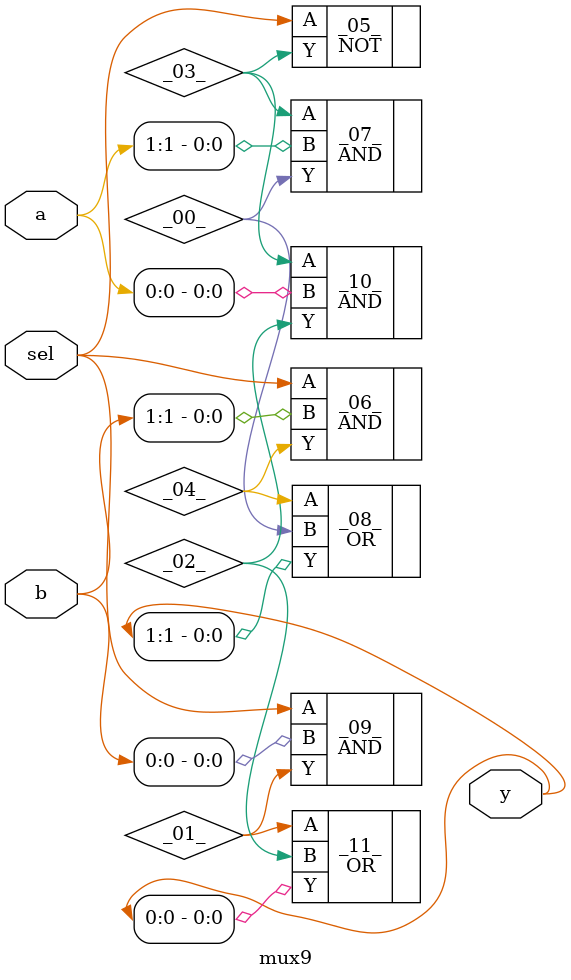
<source format=v>
/* Generated by Yosys 0.41+83 (git sha1 7045cf509, x86_64-w64-mingw32-g++ 13.2.1 -Os) */

/* cells_not_processed =  1  */
/* src = "mux9.v:3.1-14.10" */
module mux9(a, b, sel, y);
  wire _00_;
  wire _01_;
  wire _02_;
  wire _03_;
  wire _04_;
  /* src = "mux9.v:3.26-3.27" */
  input [1:0] a;
  wire [1:0] a;
  /* src = "mux9.v:3.29-3.30" */
  input [1:0] b;
  wire [1:0] b;
  /* src = "mux9.v:4.19-4.22" */
  input sel;
  wire sel;
  /* src = "mux9.v:5.30-5.31" */
  output [1:0] y;
  wire [1:0] y;
  NOT _05_ (
    .A(sel),
    .Y(_03_)
  );
  AND _06_ (
    .A(sel),
    .B(b[1]),
    .Y(_04_)
  );
  AND _07_ (
    .A(_03_),
    .B(a[1]),
    .Y(_00_)
  );
  OR _08_ (
    .A(_04_),
    .B(_00_),
    .Y(y[1])
  );
  AND _09_ (
    .A(sel),
    .B(b[0]),
    .Y(_01_)
  );
  AND _10_ (
    .A(_03_),
    .B(a[0]),
    .Y(_02_)
  );
  OR _11_ (
    .A(_01_),
    .B(_02_),
    .Y(y[0])
  );
endmodule

</source>
